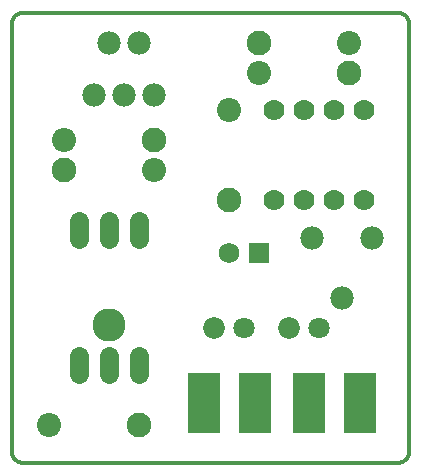
<source format=gbs>
G75*
%MOIN*%
%OFA0B0*%
%FSLAX24Y24*%
%IPPOS*%
%LPD*%
%AMOC8*
5,1,8,0,0,1.08239X$1,22.5*
%
%ADD10C,0.0120*%
%ADD11C,0.1105*%
%ADD12C,0.0700*%
%ADD13C,0.0640*%
%ADD14C,0.0780*%
%ADD15C,0.0806*%
%ADD16C,0.0825*%
%ADD17C,0.0707*%
%ADD18C,0.0721*%
%ADD19R,0.0690X0.0690*%
%ADD20C,0.0690*%
%ADD21R,0.1083X0.2009*%
D10*
X000180Y000555D02*
X000180Y014805D01*
X000182Y014842D01*
X000187Y014878D01*
X000196Y014914D01*
X000209Y014949D01*
X000224Y014982D01*
X000243Y015013D01*
X000265Y015043D01*
X000290Y015070D01*
X000317Y015095D01*
X000347Y015117D01*
X000378Y015136D01*
X000411Y015151D01*
X000446Y015164D01*
X000482Y015173D01*
X000518Y015178D01*
X000555Y015180D01*
X013055Y015180D01*
X013092Y015178D01*
X013128Y015173D01*
X013164Y015164D01*
X013199Y015151D01*
X013232Y015136D01*
X013263Y015117D01*
X013293Y015095D01*
X013320Y015070D01*
X013345Y015043D01*
X013367Y015013D01*
X013386Y014982D01*
X013401Y014949D01*
X013414Y014914D01*
X013423Y014878D01*
X013428Y014842D01*
X013430Y014805D01*
X013430Y000555D01*
X013428Y000518D01*
X013423Y000482D01*
X013414Y000446D01*
X013401Y000411D01*
X013386Y000378D01*
X013367Y000347D01*
X013345Y000317D01*
X013320Y000290D01*
X013293Y000265D01*
X013263Y000243D01*
X013232Y000224D01*
X013199Y000209D01*
X013164Y000196D01*
X013128Y000187D01*
X013092Y000182D01*
X013055Y000180D01*
X000555Y000180D01*
X000518Y000182D01*
X000482Y000187D01*
X000446Y000196D01*
X000411Y000209D01*
X000378Y000224D01*
X000347Y000243D01*
X000317Y000265D01*
X000290Y000290D01*
X000265Y000317D01*
X000243Y000347D01*
X000224Y000378D01*
X000209Y000411D01*
X000196Y000446D01*
X000187Y000482D01*
X000182Y000518D01*
X000180Y000555D01*
D11*
X003430Y004780D03*
D12*
X008930Y008930D03*
X009930Y008930D03*
X010930Y008930D03*
X011930Y008930D03*
X011930Y011930D03*
X010930Y011930D03*
X009930Y011930D03*
X008930Y011930D03*
D13*
X004430Y008230D02*
X004430Y007630D01*
X003430Y007630D02*
X003430Y008230D01*
X002430Y008230D02*
X002430Y007630D01*
X002430Y003730D02*
X002430Y003130D01*
X003430Y003130D02*
X003430Y003730D01*
X004430Y003730D02*
X004430Y003130D01*
D14*
X010180Y007680D03*
X011180Y005680D03*
X012180Y007680D03*
X004930Y012430D03*
X003930Y012430D03*
X002930Y012430D03*
X003430Y014180D03*
X004430Y014180D03*
D15*
X001930Y010930D03*
X004930Y009930D03*
X007430Y011930D03*
X008430Y013180D03*
X011430Y014180D03*
X001430Y001430D03*
D16*
X004430Y001430D03*
X007430Y008930D03*
X004930Y010930D03*
X001930Y009930D03*
X008430Y014180D03*
X011430Y013180D03*
D17*
X010430Y004680D03*
X007930Y004680D03*
D18*
X006930Y004680D03*
X009430Y004680D03*
D19*
X008430Y007180D03*
D20*
X007430Y007180D03*
D21*
X006576Y002180D03*
X008284Y002180D03*
X010076Y002180D03*
X011784Y002180D03*
M02*

</source>
